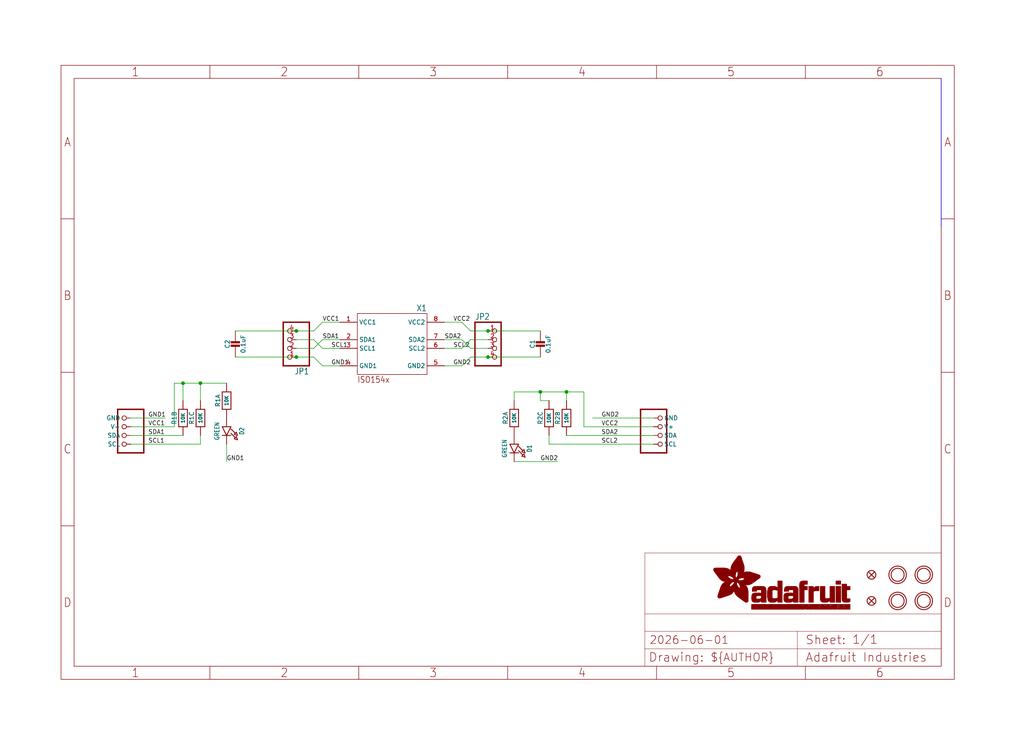
<source format=kicad_sch>
(kicad_sch (version 20230121) (generator eeschema)
  (paper "User" 298.45 217.322)
  (lib_symbols
    (symbol "working-eagle-import:CAP_CERAMIC0603_NO"
      (property "Reference" "C" (at -2.29 1.25 90))
      (symbol "CAP_CERAMIC0603_NO_1_0"
        (pin passive line (at 0 5.08 270) (length 2.54) (name "1") (number "1"))
        (pin passive line (at 0 -2.54 90) (length 2.54) (name "2") (number "2"))
      )
    )
    (symbol "working-eagle-import:FIDUCIAL_1MM")
    (symbol "working-eagle-import:FRAME_A4_ADAFRUIT"
      (symbol "FRAME_A4_ADAFRUIT_1_0"
        (text "${#}/${##}" (at 230.505 10.16 0) (effects (font (size 2.54 2.54)) (justify left bottom)))
        (text "${AUTHOR}" (at 189.23 5.08 0) (effects (font (size 2.286 2.286)) (justify left bottom)))
        (text "${CURRENT_DATE}" (at 171.45 10.16 0) (effects (font (size 2.286 2.286)) (justify left bottom)))
        (text "${PROJECTNAME}" (at 171.45 15.24 0) (effects (font (size 2.54 2.54)) (justify left bottom)))
        (text "1" (at 21.6958 1.905 0) (effects (font (size 2.54 2.286))))
        (text "1" (at 21.6958 177.165 0) (effects (font (size 2.54 2.286))))
        (text "2" (at 65.0875 1.905 0) (effects (font (size 2.54 2.286))))
        (text "2" (at 65.0875 177.165 0) (effects (font (size 2.54 2.286))))
        (text "3" (at 108.4792 1.905 0) (effects (font (size 2.54 2.286))))
        (text "3" (at 108.4792 177.165 0) (effects (font (size 2.54 2.286))))
        (text "4" (at 151.8708 1.905 0) (effects (font (size 2.54 2.286))))
        (text "4" (at 151.8708 177.165 0) (effects (font (size 2.54 2.286))))
        (text "5" (at 195.2625 1.905 0) (effects (font (size 2.54 2.286))))
        (text "5" (at 195.2625 177.165 0) (effects (font (size 2.54 2.286))))
        (text "6" (at 238.6542 1.905 0) (effects (font (size 2.54 2.286))))
        (text "6" (at 238.6542 177.165 0) (effects (font (size 2.54 2.286))))
        (text "A" (at 1.905 156.6863 0) (effects (font (size 2.54 2.286))))
        (text "A" (at 258.445 156.6863 0) (effects (font (size 2.54 2.286))))
        (text "Adafruit Industries" (at 216.916 4.953 0) (effects (font (size 2.54 2.54)) (justify left bottom)))
        (text "B" (at 1.905 111.9188 0) (effects (font (size 2.54 2.286))))
        (text "B" (at 258.445 111.9188 0) (effects (font (size 2.54 2.286))))
        (text "C" (at 1.905 67.1513 0) (effects (font (size 2.54 2.286))))
        (text "C" (at 258.445 67.1513 0) (effects (font (size 2.54 2.286))))
        (text "D" (at 1.905 22.3838 0) (effects (font (size 2.54 2.286))))
        (text "D" (at 258.445 22.3838 0) (effects (font (size 2.54 2.286))))
        (text "Drawing:" (at 171.196 4.953 0) (effects (font (size 2.54 2.54)) (justify left bottom)))
        (text "Sheet:" (at 216.916 10.033 0) (effects (font (size 2.54 2.54)) (justify left bottom)))
      )
    )
    (symbol "working-eagle-import:HEADER-1X4ROUND"
      (property "Reference" "JP" (at -6.35 8.255 0))
      (symbol "HEADER-1X4ROUND_1_0"
        (pin passive inverted (at -2.54 5.08 0) (length 2.54) (name "1") (number "1"))
        (pin passive inverted (at -2.54 2.54 0) (length 2.54) (name "2") (number "2"))
        (pin passive inverted (at -2.54 0 0) (length 2.54) (name "3") (number "3"))
        (pin passive inverted (at -2.54 -2.54 0) (length 2.54) (name "4") (number "4"))
      )
    )
    (symbol "working-eagle-import:ISO154X"
      (property "Reference" "X" (at 10.16 12.7 0))
      (symbol "ISO154X_1_0"
        (text "ISO154x" (at -10.16 -10.16 0) (effects (font (size 1.778 1.5113)) (justify left bottom)))
        (pin power_in line (at -15.24 7.62 0) (length 5.08) (name "VCC1") (number "1"))
        (pin bidirectional line (at -15.24 2.54 0) (length 5.08) (name "SDA1") (number "2"))
        (pin bidirectional line (at -15.24 0 0) (length 5.08) (name "SCL1") (number "3"))
        (pin power_in line (at -15.24 -5.08 0) (length 5.08) (name "GND1") (number "4"))
        (pin power_in line (at 15.24 -5.08 180) (length 5.08) (name "GND2") (number "5"))
        (pin bidirectional line (at 15.24 0 180) (length 5.08) (name "SCL2") (number "6"))
        (pin bidirectional line (at 15.24 2.54 180) (length 5.08) (name "SDA2") (number "7"))
        (pin power_in line (at 15.24 7.62 180) (length 5.08) (name "VCC2") (number "8"))
      )
    )
    (symbol "working-eagle-import:LED0603_NOOUTLINE"
      (property "Reference" "D" (at -1.27 4.445 0))
      (symbol "LED0603_NOOUTLINE_1_0"
        (pin passive line (at -5.08 0 0) (length 2.54) (name "A") (number "A"))
        (pin passive line (at 2.54 0 180) (length 2.54) (name "C") (number "C"))
      )
    )
    (symbol "working-eagle-import:MOUNTINGHOLE2.5")
    (symbol "working-eagle-import:RESISTOR_4PACK"
      (property "Reference" "R" (at 0 2.54 0))
      (symbol "RESISTOR_4PACK_1_0"
        (pin passive line (at -5.08 0 0) (length 2.54) (name "1") (number "1"))
        (pin passive line (at 5.08 0 180) (length 2.54) (name "2") (number "8"))
      )
      (symbol "RESISTOR_4PACK_2_0"
        (pin passive line (at -5.08 0 0) (length 2.54) (name "1") (number "2"))
        (pin passive line (at 5.08 0 180) (length 2.54) (name "2") (number "7"))
      )
      (symbol "RESISTOR_4PACK_3_0"
        (pin passive line (at -5.08 0 0) (length 2.54) (name "1") (number "3"))
        (pin passive line (at 5.08 0 180) (length 2.54) (name "2") (number "6"))
      )
      (symbol "RESISTOR_4PACK_4_0"
        (pin passive line (at -5.08 0 0) (length 2.54) (name "1") (number "4"))
        (pin passive line (at 5.08 0 180) (length 2.54) (name "2") (number "5"))
      )
    )
    (symbol "working-eagle-import:STEMMA_I2C_QT"
      (symbol "STEMMA_I2C_QT_1_0"
        (pin passive inverted (at 0 5.08 0) (length 2.54) (name "GND") (number "1"))
        (pin passive inverted (at 0 2.54 0) (length 2.54) (name "V+") (number "2"))
        (pin passive inverted (at 0 0 0) (length 2.54) (name "SDA") (number "3"))
        (pin passive inverted (at 0 -2.54 0) (length 2.54) (name "SCL") (number "4"))
      )
      (symbol "STEMMA_I2C_QT_2_0"
        (pin bidirectional line (at 0 0 0) (length 5.08) (name "MT") (number "MT1"))
      )
      (symbol "STEMMA_I2C_QT_3_0"
        (pin bidirectional line (at 0 0 0) (length 5.08) (name "MT") (number "MT2"))
      )
    )
  )
  (junction (at 53.34 111.76))
  (junction (at 142.24 104.14))
  (junction (at 142.24 96.52))
  (junction (at 157.48 114.3))
  (junction (at 165.1 114.3))
  (junction (at 86.36 104.14))
  (junction (at 86.36 96.52))
  (junction (at 58.42 111.76))
  (wire (pts (xy 157.48 114.3) (xy 157.48 116.84)) (stroke (width 0.1524)))
  (wire (pts (xy 86.36 101.6) (xy 91.44 101.6)) (stroke (width 0.1524)))
  (wire (pts (xy 129.54 99.06) (xy 134.62 99.06)) (stroke (width 0.1524)))
  (wire (pts (xy 165.1 114.3) (xy 165.1 116.84)) (stroke (width 0.1524)))
  (wire (pts (xy 91.44 99.06) (xy 93.98 101.6)) (stroke (width 0.1524)))
  (wire (pts (xy 86.36 96.52) (xy 91.44 96.52)) (stroke (width 0.1524)))
  (wire (pts (xy 91.44 101.6) (xy 93.98 99.06)) (stroke (width 0.1524)))
  (wire (pts (xy 137.16 101.6) (xy 142.24 101.6)) (stroke (width 0.1524)))
  (wire (pts (xy 50.8 124.46) (xy 50.8 111.76)) (stroke (width 0.1524)))
  (wire (pts (xy 190.5 129.54) (xy 160.02 129.54)) (stroke (width 0.1524)))
  (wire (pts (xy 86.36 99.06) (xy 91.44 99.06)) (stroke (width 0.1524)))
  (wire (pts (xy 157.48 116.84) (xy 160.02 116.84)) (stroke (width 0.1524)))
  (wire (pts (xy 142.24 104.14) (xy 157.48 104.14)) (stroke (width 0.1524)))
  (wire (pts (xy 149.86 114.3) (xy 149.86 116.84)) (stroke (width 0.1524)))
  (wire (pts (xy 134.62 101.6) (xy 129.54 101.6)) (stroke (width 0.1524)))
  (wire (pts (xy 142.24 99.06) (xy 137.16 99.06)) (stroke (width 0.1524)))
  (wire (pts (xy 86.36 96.52) (xy 68.58 96.52)) (stroke (width 0.1524)))
  (wire (pts (xy 93.98 106.68) (xy 99.06 106.68)) (stroke (width 0.1524)))
  (wire (pts (xy 165.1 114.3) (xy 157.48 114.3)) (stroke (width 0.1524)))
  (wire (pts (xy 93.98 93.98) (xy 99.06 93.98)) (stroke (width 0.1524)))
  (wire (pts (xy 190.5 124.46) (xy 170.18 124.46)) (stroke (width 0.1524)))
  (wire (pts (xy 38.1 129.54) (xy 58.42 129.54)) (stroke (width 0.1524)))
  (wire (pts (xy 129.54 106.68) (xy 134.62 106.68)) (stroke (width 0.1524)))
  (wire (pts (xy 134.62 99.06) (xy 137.16 101.6)) (stroke (width 0.1524)))
  (wire (pts (xy 91.44 104.14) (xy 93.98 106.68)) (stroke (width 0.1524)))
  (wire (pts (xy 137.16 99.06) (xy 134.62 101.6)) (stroke (width 0.1524)))
  (wire (pts (xy 93.98 99.06) (xy 99.06 99.06)) (stroke (width 0.1524)))
  (wire (pts (xy 172.72 121.92) (xy 190.5 121.92)) (stroke (width 0.1524)))
  (wire (pts (xy 58.42 111.76) (xy 66.04 111.76)) (stroke (width 0.1524)))
  (wire (pts (xy 86.36 104.14) (xy 91.44 104.14)) (stroke (width 0.1524)))
  (wire (pts (xy 91.44 96.52) (xy 93.98 93.98)) (stroke (width 0.1524)))
  (wire (pts (xy 160.02 127) (xy 160.02 129.54)) (stroke (width 0.1524)))
  (wire (pts (xy 66.04 129.54) (xy 66.04 134.62)) (stroke (width 0.1524)))
  (wire (pts (xy 170.18 124.46) (xy 170.18 114.3)) (stroke (width 0.1524)))
  (wire (pts (xy 134.62 106.68) (xy 137.16 104.14)) (stroke (width 0.1524)))
  (wire (pts (xy 38.1 121.92) (xy 48.26 121.92)) (stroke (width 0.1524)))
  (wire (pts (xy 53.34 111.76) (xy 58.42 111.76)) (stroke (width 0.1524)))
  (polyline (pts (xy 274.32 22.86) (xy 274.32 66.04)) (stroke (width 0.1524) (type solid)))
  (wire (pts (xy 137.16 96.52) (xy 134.62 93.98)) (stroke (width 0.1524)))
  (wire (pts (xy 38.1 124.46) (xy 50.8 124.46)) (stroke (width 0.1524)))
  (wire (pts (xy 134.62 93.98) (xy 129.54 93.98)) (stroke (width 0.1524)))
  (wire (pts (xy 157.48 114.3) (xy 149.86 114.3)) (stroke (width 0.1524)))
  (wire (pts (xy 38.1 127) (xy 53.34 127)) (stroke (width 0.1524)))
  (wire (pts (xy 137.16 104.14) (xy 142.24 104.14)) (stroke (width 0.1524)))
  (wire (pts (xy 170.18 114.3) (xy 165.1 114.3)) (stroke (width 0.1524)))
  (wire (pts (xy 58.42 129.54) (xy 58.42 127)) (stroke (width 0.1524)))
  (wire (pts (xy 93.98 101.6) (xy 99.06 101.6)) (stroke (width 0.1524)))
  (wire (pts (xy 149.86 134.62) (xy 162.56 134.62)) (stroke (width 0.1524)))
  (wire (pts (xy 50.8 111.76) (xy 53.34 111.76)) (stroke (width 0.1524)))
  (wire (pts (xy 53.34 116.84) (xy 53.34 111.76)) (stroke (width 0.1524)))
  (wire (pts (xy 58.42 111.76) (xy 58.42 116.84)) (stroke (width 0.1524)))
  (wire (pts (xy 86.36 104.14) (xy 68.58 104.14)) (stroke (width 0.1524)))
  (wire (pts (xy 165.1 127) (xy 190.5 127)) (stroke (width 0.1524)))
  (wire (pts (xy 142.24 96.52) (xy 137.16 96.52)) (stroke (width 0.1524)))
  (wire (pts (xy 142.24 96.52) (xy 157.48 96.52)) (stroke (width 0.1524)))
  (label "VCC2" (at 132.08 93.98 0) (effects (font (size 1.2446 1.2446))))
  (label "VCC1" (at 43.18 124.46 0) (effects (font (size 1.2446 1.2446))))
  (label "GND1" (at 43.18 121.92 0) (effects (font (size 1.2446 1.2446))))
  (label "GND2" (at 157.48 134.62 0) (effects (font (size 1.2446 1.2446))))
  (label "GND1" (at 96.52 106.68 0) (effects (font (size 1.2446 1.2446))))
  (label "VCC2" (at 175.26 124.46 0) (effects (font (size 1.2446 1.2446))))
  (label "SDA2" (at 175.26 127 0) (effects (font (size 1.2446 1.2446))))
  (label "SCL2" (at 175.26 129.54 0) (effects (font (size 1.2446 1.2446))))
  (label "GND2" (at 175.26 121.92 0) (effects (font (size 1.2446 1.2446))))
  (label "GND2" (at 132.08 106.68 0) (effects (font (size 1.2446 1.2446))))
  (label "SCL1" (at 96.52 101.6 0) (effects (font (size 1.2446 1.2446))))
  (label "SDA1" (at 93.98 99.06 0) (effects (font (size 1.2446 1.2446))))
  (label "GND1" (at 66.04 134.62 0) (effects (font (size 1.2446 1.2446))))
  (label "SDA2" (at 129.54 99.06 0) (effects (font (size 1.2446 1.2446))))
  (label "VCC1" (at 93.98 93.98 0) (effects (font (size 1.2446 1.2446))))
  (label "SCL1" (at 43.18 129.54 0) (effects (font (size 1.2446 1.2446))))
  (label "SDA1" (at 43.18 127 0) (effects (font (size 1.2446 1.2446))))
  (label "SCL2" (at 132.08 101.6 0) (effects (font (size 1.2446 1.2446))))
  (symbol (lib_id "working-eagle-import:ISO154X") (at 114.3 101.6 0) (unit 1)
    (property "Reference" "X1" (at 124.46 88.9 0) (effects (font (size 1.778 1.5113)) (justify right top)))
    (property "Value" "ISO154X" (effects hide))
    (property "Footprint" "working:SOIC8_150MIL" (effects hide))
  )
  (symbol (lib_id "working-eagle-import:RESISTOR_4PACK") (at 160.02 121.92 90) (unit 3)
    (property "Reference" "R2" (at 157.48 121.92 0))
    (property "Value" "10K" (at 160.02 121.92 0) (effects (font (size 1.016 1.016) bold)))
    (property "Footprint" "working:RESPACK_4X0603" (effects hide))
  )
  (symbol (lib_id "working-eagle-import:FIDUCIAL_1MM") (at 254 167.64 0) (unit 1)
    (property "Reference" "FID4" (effects hide))
    (property "Value" "FIDUCIAL_1MM" (effects hide))
    (property "Footprint" "working:FIDUCIAL_1MM" (effects hide))
  )
  (symbol (lib_id "working-eagle-import:MOUNTINGHOLE2.5") (at 269.24 175.26 0) (unit 1)
    (property "Reference" "U$21" (effects hide))
    (property "Value" "MOUNTINGHOLE2.5" (effects hide))
    (property "Footprint" "working:MOUNTINGHOLE_2.5_PLATED" (effects hide))
  )
  (symbol (lib_id "working-eagle-import:RESISTOR_4PACK") (at 58.42 121.92 90) (unit 3)
    (property "Reference" "R1" (at 55.88 121.92 0))
    (property "Value" "10K" (at 58.42 121.92 0) (effects (font (size 1.016 1.016) bold)))
    (property "Footprint" "working:RESPACK_4X0603" (effects hide))
  )
  (symbol (lib_id "working-eagle-import:LED0603_NOOUTLINE") (at 149.86 132.08 270) (unit 1)
    (property "Reference" "D1" (at 154.305 130.81 0) (effects (font (size 1.27 1.0795))))
    (property "Value" "GREEN" (at 147.066 130.81 0) (effects (font (size 1.27 1.0795))))
    (property "Footprint" "working:CHIPLED_0603_NOOUTLINE" (effects hide))
  )
  (symbol (lib_id "working-eagle-import:MOUNTINGHOLE2.5") (at 261.62 175.26 0) (unit 1)
    (property "Reference" "U$1" (effects hide))
    (property "Value" "MOUNTINGHOLE2.5" (effects hide))
    (property "Footprint" "working:MOUNTINGHOLE_2.5_PLATED" (effects hide))
  )
  (symbol (lib_id "working-eagle-import:RESISTOR_4PACK") (at 149.86 121.92 90) (unit 1)
    (property "Reference" "R2" (at 147.32 121.92 0))
    (property "Value" "10K" (at 149.86 121.92 0) (effects (font (size 1.016 1.016) bold)))
    (property "Footprint" "working:RESPACK_4X0603" (effects hide))
  )
  (symbol (lib_id "working-eagle-import:RESISTOR_4PACK") (at 165.1 121.92 90) (unit 2)
    (property "Reference" "R2" (at 162.56 121.92 0))
    (property "Value" "10K" (at 165.1 121.92 0) (effects (font (size 1.016 1.016) bold)))
    (property "Footprint" "working:RESPACK_4X0603" (effects hide))
  )
  (symbol (lib_id "working-eagle-import:STEMMA_I2C_QT") (at 190.5 127 0) (unit 1)
    (property "Reference" "CONN4" (effects hide))
    (property "Value" "STEMMA_I2C_QT" (effects hide))
    (property "Footprint" "working:JST_SH4" (effects hide))
  )
  (symbol (lib_id "working-eagle-import:FIDUCIAL_1MM") (at 254 175.26 0) (unit 1)
    (property "Reference" "FID3" (effects hide))
    (property "Value" "FIDUCIAL_1MM" (effects hide))
    (property "Footprint" "working:FIDUCIAL_1MM" (effects hide))
  )
  (symbol (lib_id "working-eagle-import:HEADER-1X4ROUND") (at 144.78 101.6 0) (unit 1)
    (property "Reference" "JP2" (at 138.43 93.345 0) (effects (font (size 1.778 1.5113)) (justify left bottom)))
    (property "Value" "HEADER-1X4ROUND" (effects hide))
    (property "Footprint" "working:1X04_ROUND" (effects hide))
  )
  (symbol (lib_id "working-eagle-import:CAP_CERAMIC0603_NO") (at 68.58 101.6 0) (unit 1)
    (property "Reference" "C2" (at 66.29 100.35 90))
    (property "Value" "0.1uF" (at 70.88 100.35 90))
    (property "Footprint" "working:0603-NO" (effects hide))
  )
  (symbol (lib_id "working-eagle-import:HEADER-1X4ROUND") (at 83.82 99.06 180) (unit 1)
    (property "Reference" "JP1" (at 90.17 107.315 0) (effects (font (size 1.778 1.5113)) (justify left bottom)))
    (property "Value" "HEADER-1X4ROUND" (effects hide))
    (property "Footprint" "working:1X04_ROUND" (effects hide))
  )
  (symbol (lib_id "working-eagle-import:MOUNTINGHOLE2.5") (at 261.62 167.64 0) (unit 1)
    (property "Reference" "U$17" (effects hide))
    (property "Value" "MOUNTINGHOLE2.5" (effects hide))
    (property "Footprint" "working:MOUNTINGHOLE_2.5_PLATED" (effects hide))
  )
  (symbol (lib_id "working-eagle-import:FRAME_A4_ADAFRUIT") (at 17.78 198.12 0) (unit 1)
    (property "Reference" "#U$18" (effects hide))
    (property "Value" "FRAME_A4_ADAFRUIT" (effects hide))
  )
  (symbol (lib_id "working-eagle-import:MOUNTINGHOLE2.5") (at 269.24 167.64 0) (unit 1)
    (property "Reference" "U$19" (effects hide))
    (property "Value" "MOUNTINGHOLE2.5" (effects hide))
    (property "Footprint" "working:MOUNTINGHOLE_2.5_PLATED" (effects hide))
  )
  (symbol (lib_id "working-eagle-import:RESISTOR_4PACK") (at 66.04 116.84 90) (unit 1)
    (property "Reference" "R1" (at 63.5 116.84 0))
    (property "Value" "10K" (at 66.04 116.84 0) (effects (font (size 1.016 1.016) bold)))
    (property "Footprint" "working:RESPACK_4X0603" (effects hide))
  )
  (symbol (lib_id "working-eagle-import:RESISTOR_4PACK") (at 53.34 121.92 90) (unit 2)
    (property "Reference" "R1" (at 50.8 121.92 0))
    (property "Value" "10K" (at 53.34 121.92 0) (effects (font (size 1.016 1.016) bold)))
    (property "Footprint" "working:RESPACK_4X0603" (effects hide))
  )
  (symbol (lib_id "working-eagle-import:STEMMA_I2C_QT") (at 38.1 127 0) (mirror y) (unit 1)
    (property "Reference" "CONN3" (effects hide))
    (property "Value" "STEMMA_I2C_QT" (effects hide))
    (property "Footprint" "working:JST_SH4" (effects hide))
  )
  (symbol (lib_id "working-eagle-import:LED0603_NOOUTLINE") (at 66.04 127 270) (unit 1)
    (property "Reference" "D2" (at 70.485 125.73 0) (effects (font (size 1.27 1.0795))))
    (property "Value" "GREEN" (at 63.246 125.73 0) (effects (font (size 1.27 1.0795))))
    (property "Footprint" "working:CHIPLED_0603_NOOUTLINE" (effects hide))
  )
  (symbol (lib_id "working-eagle-import:CAP_CERAMIC0603_NO") (at 157.48 101.6 0) (unit 1)
    (property "Reference" "C1" (at 155.19 100.35 90))
    (property "Value" "0.1uF" (at 159.78 100.35 90))
    (property "Footprint" "working:0603-NO" (effects hide))
  )
)
</source>
